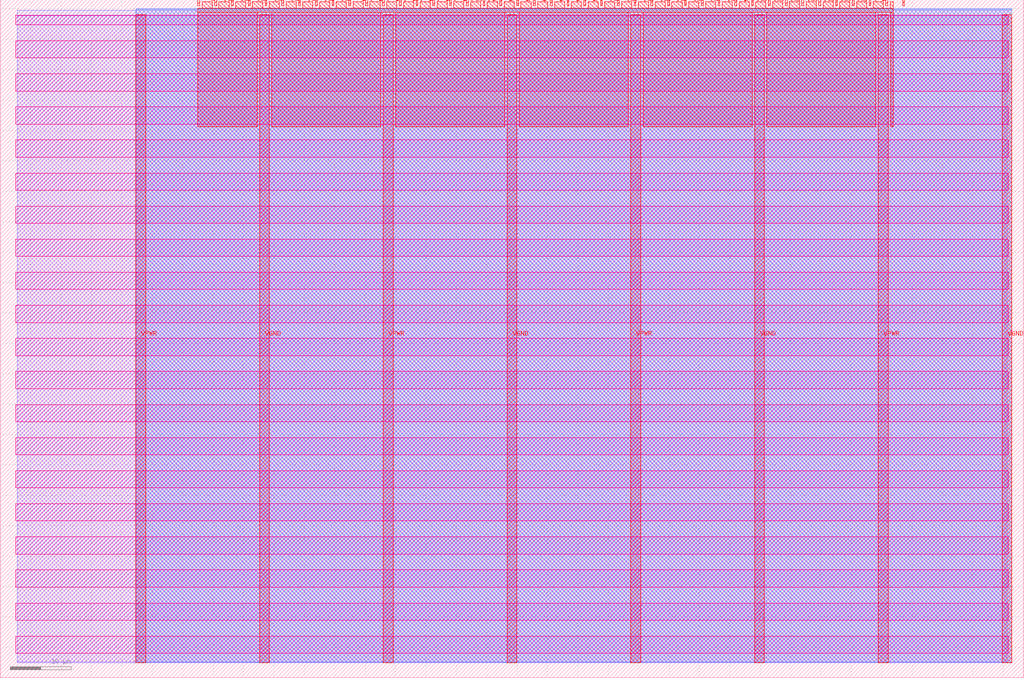
<source format=lef>
VERSION 5.7 ;
  NOWIREEXTENSIONATPIN ON ;
  DIVIDERCHAR "/" ;
  BUSBITCHARS "[]" ;
MACRO tt_um_seven_segment_seconds_dup2
  CLASS BLOCK ;
  FOREIGN tt_um_seven_segment_seconds_dup2 ;
  ORIGIN 0.000 0.000 ;
  SIZE 168.360 BY 111.520 ;
  PIN VGND
    DIRECTION INOUT ;
    USE GROUND ;
    PORT
      LAYER met4 ;
        RECT 42.670 2.480 44.270 109.040 ;
    END
    PORT
      LAYER met4 ;
        RECT 83.380 2.480 84.980 109.040 ;
    END
    PORT
      LAYER met4 ;
        RECT 124.090 2.480 125.690 109.040 ;
    END
    PORT
      LAYER met4 ;
        RECT 164.800 2.480 166.400 109.040 ;
    END
  END VGND
  PIN VPWR
    DIRECTION INOUT ;
    USE POWER ;
    PORT
      LAYER met4 ;
        RECT 22.315 2.480 23.915 109.040 ;
    END
    PORT
      LAYER met4 ;
        RECT 63.025 2.480 64.625 109.040 ;
    END
    PORT
      LAYER met4 ;
        RECT 103.735 2.480 105.335 109.040 ;
    END
    PORT
      LAYER met4 ;
        RECT 144.445 2.480 146.045 109.040 ;
    END
  END VPWR
  PIN clk
    DIRECTION INPUT ;
    USE SIGNAL ;
    ANTENNAGATEAREA 0.852000 ;
    PORT
      LAYER met4 ;
        RECT 145.670 110.520 145.970 111.520 ;
    END
  END clk
  PIN ena
    DIRECTION INPUT ;
    USE SIGNAL ;
    PORT
      LAYER met4 ;
        RECT 148.430 110.520 148.730 111.520 ;
    END
  END ena
  PIN rst_n
    DIRECTION INPUT ;
    USE SIGNAL ;
    ANTENNAGATEAREA 0.126000 ;
    PORT
      LAYER met4 ;
        RECT 142.910 110.520 143.210 111.520 ;
    END
  END rst_n
  PIN ui_in[0]
    DIRECTION INPUT ;
    USE SIGNAL ;
    ANTENNAGATEAREA 0.196500 ;
    PORT
      LAYER met4 ;
        RECT 140.150 110.520 140.450 111.520 ;
    END
  END ui_in[0]
  PIN ui_in[1]
    DIRECTION INPUT ;
    USE SIGNAL ;
    ANTENNAGATEAREA 0.196500 ;
    PORT
      LAYER met4 ;
        RECT 137.390 110.520 137.690 111.520 ;
    END
  END ui_in[1]
  PIN ui_in[2]
    DIRECTION INPUT ;
    USE SIGNAL ;
    ANTENNAGATEAREA 0.196500 ;
    PORT
      LAYER met4 ;
        RECT 134.630 110.520 134.930 111.520 ;
    END
  END ui_in[2]
  PIN ui_in[3]
    DIRECTION INPUT ;
    USE SIGNAL ;
    ANTENNAGATEAREA 0.196500 ;
    PORT
      LAYER met4 ;
        RECT 131.870 110.520 132.170 111.520 ;
    END
  END ui_in[3]
  PIN ui_in[4]
    DIRECTION INPUT ;
    USE SIGNAL ;
    ANTENNAGATEAREA 0.196500 ;
    PORT
      LAYER met4 ;
        RECT 129.110 110.520 129.410 111.520 ;
    END
  END ui_in[4]
  PIN ui_in[5]
    DIRECTION INPUT ;
    USE SIGNAL ;
    ANTENNAGATEAREA 0.196500 ;
    PORT
      LAYER met4 ;
        RECT 126.350 110.520 126.650 111.520 ;
    END
  END ui_in[5]
  PIN ui_in[6]
    DIRECTION INPUT ;
    USE SIGNAL ;
    ANTENNAGATEAREA 0.196500 ;
    PORT
      LAYER met4 ;
        RECT 123.590 110.520 123.890 111.520 ;
    END
  END ui_in[6]
  PIN ui_in[7]
    DIRECTION INPUT ;
    USE SIGNAL ;
    ANTENNAGATEAREA 0.196500 ;
    PORT
      LAYER met4 ;
        RECT 120.830 110.520 121.130 111.520 ;
    END
  END ui_in[7]
  PIN uio_in[0]
    DIRECTION INPUT ;
    USE SIGNAL ;
    PORT
      LAYER met4 ;
        RECT 118.070 110.520 118.370 111.520 ;
    END
  END uio_in[0]
  PIN uio_in[1]
    DIRECTION INPUT ;
    USE SIGNAL ;
    PORT
      LAYER met4 ;
        RECT 115.310 110.520 115.610 111.520 ;
    END
  END uio_in[1]
  PIN uio_in[2]
    DIRECTION INPUT ;
    USE SIGNAL ;
    PORT
      LAYER met4 ;
        RECT 112.550 110.520 112.850 111.520 ;
    END
  END uio_in[2]
  PIN uio_in[3]
    DIRECTION INPUT ;
    USE SIGNAL ;
    PORT
      LAYER met4 ;
        RECT 109.790 110.520 110.090 111.520 ;
    END
  END uio_in[3]
  PIN uio_in[4]
    DIRECTION INPUT ;
    USE SIGNAL ;
    PORT
      LAYER met4 ;
        RECT 107.030 110.520 107.330 111.520 ;
    END
  END uio_in[4]
  PIN uio_in[5]
    DIRECTION INPUT ;
    USE SIGNAL ;
    PORT
      LAYER met4 ;
        RECT 104.270 110.520 104.570 111.520 ;
    END
  END uio_in[5]
  PIN uio_in[6]
    DIRECTION INPUT ;
    USE SIGNAL ;
    PORT
      LAYER met4 ;
        RECT 101.510 110.520 101.810 111.520 ;
    END
  END uio_in[6]
  PIN uio_in[7]
    DIRECTION INPUT ;
    USE SIGNAL ;
    PORT
      LAYER met4 ;
        RECT 98.750 110.520 99.050 111.520 ;
    END
  END uio_in[7]
  PIN uio_oe[0]
    DIRECTION OUTPUT TRISTATE ;
    USE SIGNAL ;
    PORT
      LAYER met4 ;
        RECT 51.830 110.520 52.130 111.520 ;
    END
  END uio_oe[0]
  PIN uio_oe[1]
    DIRECTION OUTPUT TRISTATE ;
    USE SIGNAL ;
    PORT
      LAYER met4 ;
        RECT 49.070 110.520 49.370 111.520 ;
    END
  END uio_oe[1]
  PIN uio_oe[2]
    DIRECTION OUTPUT TRISTATE ;
    USE SIGNAL ;
    PORT
      LAYER met4 ;
        RECT 46.310 110.520 46.610 111.520 ;
    END
  END uio_oe[2]
  PIN uio_oe[3]
    DIRECTION OUTPUT TRISTATE ;
    USE SIGNAL ;
    PORT
      LAYER met4 ;
        RECT 43.550 110.520 43.850 111.520 ;
    END
  END uio_oe[3]
  PIN uio_oe[4]
    DIRECTION OUTPUT TRISTATE ;
    USE SIGNAL ;
    PORT
      LAYER met4 ;
        RECT 40.790 110.520 41.090 111.520 ;
    END
  END uio_oe[4]
  PIN uio_oe[5]
    DIRECTION OUTPUT TRISTATE ;
    USE SIGNAL ;
    PORT
      LAYER met4 ;
        RECT 38.030 110.520 38.330 111.520 ;
    END
  END uio_oe[5]
  PIN uio_oe[6]
    DIRECTION OUTPUT TRISTATE ;
    USE SIGNAL ;
    PORT
      LAYER met4 ;
        RECT 35.270 110.520 35.570 111.520 ;
    END
  END uio_oe[6]
  PIN uio_oe[7]
    DIRECTION OUTPUT TRISTATE ;
    USE SIGNAL ;
    PORT
      LAYER met4 ;
        RECT 32.510 110.520 32.810 111.520 ;
    END
  END uio_oe[7]
  PIN uio_out[0]
    DIRECTION OUTPUT TRISTATE ;
    USE SIGNAL ;
    ANTENNADIFFAREA 0.445500 ;
    PORT
      LAYER met4 ;
        RECT 73.910 110.520 74.210 111.520 ;
    END
  END uio_out[0]
  PIN uio_out[1]
    DIRECTION OUTPUT TRISTATE ;
    USE SIGNAL ;
    ANTENNADIFFAREA 0.445500 ;
    PORT
      LAYER met4 ;
        RECT 71.150 110.520 71.450 111.520 ;
    END
  END uio_out[1]
  PIN uio_out[2]
    DIRECTION OUTPUT TRISTATE ;
    USE SIGNAL ;
    ANTENNADIFFAREA 0.795200 ;
    PORT
      LAYER met4 ;
        RECT 68.390 110.520 68.690 111.520 ;
    END
  END uio_out[2]
  PIN uio_out[3]
    DIRECTION OUTPUT TRISTATE ;
    USE SIGNAL ;
    ANTENNADIFFAREA 0.445500 ;
    PORT
      LAYER met4 ;
        RECT 65.630 110.520 65.930 111.520 ;
    END
  END uio_out[3]
  PIN uio_out[4]
    DIRECTION OUTPUT TRISTATE ;
    USE SIGNAL ;
    ANTENNADIFFAREA 0.445500 ;
    PORT
      LAYER met4 ;
        RECT 62.870 110.520 63.170 111.520 ;
    END
  END uio_out[4]
  PIN uio_out[5]
    DIRECTION OUTPUT TRISTATE ;
    USE SIGNAL ;
    ANTENNADIFFAREA 0.445500 ;
    PORT
      LAYER met4 ;
        RECT 60.110 110.520 60.410 111.520 ;
    END
  END uio_out[5]
  PIN uio_out[6]
    DIRECTION OUTPUT TRISTATE ;
    USE SIGNAL ;
    ANTENNADIFFAREA 0.445500 ;
    PORT
      LAYER met4 ;
        RECT 57.350 110.520 57.650 111.520 ;
    END
  END uio_out[6]
  PIN uio_out[7]
    DIRECTION OUTPUT TRISTATE ;
    USE SIGNAL ;
    ANTENNADIFFAREA 0.445500 ;
    PORT
      LAYER met4 ;
        RECT 54.590 110.520 54.890 111.520 ;
    END
  END uio_out[7]
  PIN uo_out[0]
    DIRECTION OUTPUT TRISTATE ;
    USE SIGNAL ;
    ANTENNADIFFAREA 0.445500 ;
    PORT
      LAYER met4 ;
        RECT 95.990 110.520 96.290 111.520 ;
    END
  END uo_out[0]
  PIN uo_out[1]
    DIRECTION OUTPUT TRISTATE ;
    USE SIGNAL ;
    ANTENNADIFFAREA 0.445500 ;
    PORT
      LAYER met4 ;
        RECT 93.230 110.520 93.530 111.520 ;
    END
  END uo_out[1]
  PIN uo_out[2]
    DIRECTION OUTPUT TRISTATE ;
    USE SIGNAL ;
    ANTENNADIFFAREA 0.445500 ;
    PORT
      LAYER met4 ;
        RECT 90.470 110.520 90.770 111.520 ;
    END
  END uo_out[2]
  PIN uo_out[3]
    DIRECTION OUTPUT TRISTATE ;
    USE SIGNAL ;
    ANTENNADIFFAREA 0.445500 ;
    PORT
      LAYER met4 ;
        RECT 87.710 110.520 88.010 111.520 ;
    END
  END uo_out[3]
  PIN uo_out[4]
    DIRECTION OUTPUT TRISTATE ;
    USE SIGNAL ;
    ANTENNADIFFAREA 0.445500 ;
    PORT
      LAYER met4 ;
        RECT 84.950 110.520 85.250 111.520 ;
    END
  END uo_out[4]
  PIN uo_out[5]
    DIRECTION OUTPUT TRISTATE ;
    USE SIGNAL ;
    ANTENNADIFFAREA 0.445500 ;
    PORT
      LAYER met4 ;
        RECT 82.190 110.520 82.490 111.520 ;
    END
  END uo_out[5]
  PIN uo_out[6]
    DIRECTION OUTPUT TRISTATE ;
    USE SIGNAL ;
    ANTENNADIFFAREA 0.445500 ;
    PORT
      LAYER met4 ;
        RECT 79.430 110.520 79.730 111.520 ;
    END
  END uo_out[6]
  PIN uo_out[7]
    DIRECTION OUTPUT TRISTATE ;
    USE SIGNAL ;
    PORT
      LAYER met4 ;
        RECT 76.670 110.520 76.970 111.520 ;
    END
  END uo_out[7]
  OBS
      LAYER nwell ;
        RECT 2.570 107.385 165.790 108.990 ;
        RECT 2.570 101.945 165.790 104.775 ;
        RECT 2.570 96.505 165.790 99.335 ;
        RECT 2.570 91.065 165.790 93.895 ;
        RECT 2.570 85.625 165.790 88.455 ;
        RECT 2.570 80.185 165.790 83.015 ;
        RECT 2.570 74.745 165.790 77.575 ;
        RECT 2.570 69.305 165.790 72.135 ;
        RECT 2.570 63.865 165.790 66.695 ;
        RECT 2.570 58.425 165.790 61.255 ;
        RECT 2.570 52.985 165.790 55.815 ;
        RECT 2.570 47.545 165.790 50.375 ;
        RECT 2.570 42.105 165.790 44.935 ;
        RECT 2.570 36.665 165.790 39.495 ;
        RECT 2.570 31.225 165.790 34.055 ;
        RECT 2.570 25.785 165.790 28.615 ;
        RECT 2.570 20.345 165.790 23.175 ;
        RECT 2.570 14.905 165.790 17.735 ;
        RECT 2.570 9.465 165.790 12.295 ;
        RECT 2.570 4.025 165.790 6.855 ;
      LAYER li1 ;
        RECT 2.760 2.635 165.600 108.885 ;
      LAYER met1 ;
        RECT 2.760 2.480 166.400 109.780 ;
      LAYER met2 ;
        RECT 22.345 2.535 166.370 110.005 ;
      LAYER met3 ;
        RECT 22.325 2.555 166.390 109.985 ;
      LAYER met4 ;
        RECT 33.210 110.120 34.870 111.170 ;
        RECT 35.970 110.120 37.630 111.170 ;
        RECT 38.730 110.120 40.390 111.170 ;
        RECT 41.490 110.120 43.150 111.170 ;
        RECT 44.250 110.120 45.910 111.170 ;
        RECT 47.010 110.120 48.670 111.170 ;
        RECT 49.770 110.120 51.430 111.170 ;
        RECT 52.530 110.120 54.190 111.170 ;
        RECT 55.290 110.120 56.950 111.170 ;
        RECT 58.050 110.120 59.710 111.170 ;
        RECT 60.810 110.120 62.470 111.170 ;
        RECT 63.570 110.120 65.230 111.170 ;
        RECT 66.330 110.120 67.990 111.170 ;
        RECT 69.090 110.120 70.750 111.170 ;
        RECT 71.850 110.120 73.510 111.170 ;
        RECT 74.610 110.120 76.270 111.170 ;
        RECT 77.370 110.120 79.030 111.170 ;
        RECT 80.130 110.120 81.790 111.170 ;
        RECT 82.890 110.120 84.550 111.170 ;
        RECT 85.650 110.120 87.310 111.170 ;
        RECT 88.410 110.120 90.070 111.170 ;
        RECT 91.170 110.120 92.830 111.170 ;
        RECT 93.930 110.120 95.590 111.170 ;
        RECT 96.690 110.120 98.350 111.170 ;
        RECT 99.450 110.120 101.110 111.170 ;
        RECT 102.210 110.120 103.870 111.170 ;
        RECT 104.970 110.120 106.630 111.170 ;
        RECT 107.730 110.120 109.390 111.170 ;
        RECT 110.490 110.120 112.150 111.170 ;
        RECT 113.250 110.120 114.910 111.170 ;
        RECT 116.010 110.120 117.670 111.170 ;
        RECT 118.770 110.120 120.430 111.170 ;
        RECT 121.530 110.120 123.190 111.170 ;
        RECT 124.290 110.120 125.950 111.170 ;
        RECT 127.050 110.120 128.710 111.170 ;
        RECT 129.810 110.120 131.470 111.170 ;
        RECT 132.570 110.120 134.230 111.170 ;
        RECT 135.330 110.120 136.990 111.170 ;
        RECT 138.090 110.120 139.750 111.170 ;
        RECT 140.850 110.120 142.510 111.170 ;
        RECT 143.610 110.120 145.270 111.170 ;
        RECT 146.370 110.120 146.905 111.170 ;
        RECT 32.495 109.440 146.905 110.120 ;
        RECT 32.495 90.615 42.270 109.440 ;
        RECT 44.670 90.615 62.625 109.440 ;
        RECT 65.025 90.615 82.980 109.440 ;
        RECT 85.380 90.615 103.335 109.440 ;
        RECT 105.735 90.615 123.690 109.440 ;
        RECT 126.090 90.615 144.045 109.440 ;
        RECT 146.445 90.615 146.905 109.440 ;
  END
END tt_um_seven_segment_seconds_dup2
END LIBRARY


</source>
